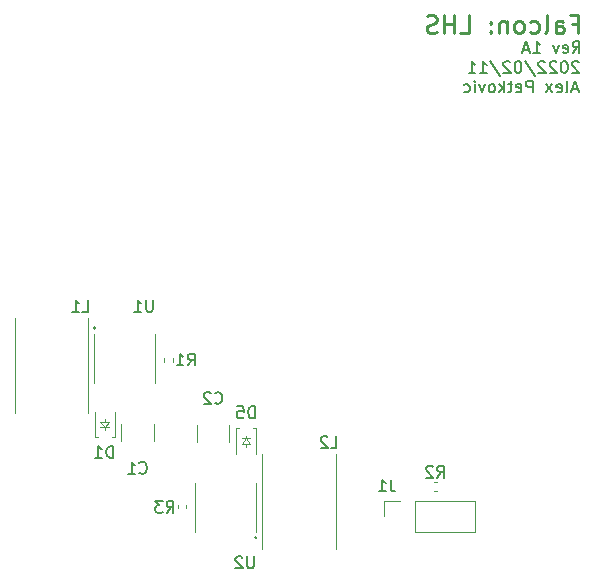
<source format=gbo>
G04 #@! TF.GenerationSoftware,KiCad,Pcbnew,(6.0.0)*
G04 #@! TF.CreationDate,2022-02-11T23:27:56-05:00*
G04 #@! TF.ProjectId,FalconLHS,46616c63-6f6e-44c4-9853-2e6b69636164,1A*
G04 #@! TF.SameCoordinates,Original*
G04 #@! TF.FileFunction,Legend,Bot*
G04 #@! TF.FilePolarity,Positive*
%FSLAX46Y46*%
G04 Gerber Fmt 4.6, Leading zero omitted, Abs format (unit mm)*
G04 Created by KiCad (PCBNEW (6.0.0)) date 2022-02-11 23:27:56*
%MOMM*%
%LPD*%
G01*
G04 APERTURE LIST*
%ADD10C,0.150000*%
%ADD11C,0.250000*%
%ADD12C,0.120000*%
G04 APERTURE END LIST*
D10*
X187342976Y-82527380D02*
X187676309Y-82051190D01*
X187914404Y-82527380D02*
X187914404Y-81527380D01*
X187533452Y-81527380D01*
X187438214Y-81575000D01*
X187390595Y-81622619D01*
X187342976Y-81717857D01*
X187342976Y-81860714D01*
X187390595Y-81955952D01*
X187438214Y-82003571D01*
X187533452Y-82051190D01*
X187914404Y-82051190D01*
X186533452Y-82479761D02*
X186628690Y-82527380D01*
X186819166Y-82527380D01*
X186914404Y-82479761D01*
X186962023Y-82384523D01*
X186962023Y-82003571D01*
X186914404Y-81908333D01*
X186819166Y-81860714D01*
X186628690Y-81860714D01*
X186533452Y-81908333D01*
X186485833Y-82003571D01*
X186485833Y-82098809D01*
X186962023Y-82194047D01*
X186152500Y-81860714D02*
X185914404Y-82527380D01*
X185676309Y-81860714D01*
X184009642Y-82527380D02*
X184581071Y-82527380D01*
X184295357Y-82527380D02*
X184295357Y-81527380D01*
X184390595Y-81670238D01*
X184485833Y-81765476D01*
X184581071Y-81813095D01*
X183628690Y-82241666D02*
X183152500Y-82241666D01*
X183723928Y-82527380D02*
X183390595Y-81527380D01*
X183057261Y-82527380D01*
X187862023Y-83322619D02*
X187814404Y-83275000D01*
X187719166Y-83227380D01*
X187481071Y-83227380D01*
X187385833Y-83275000D01*
X187338214Y-83322619D01*
X187290595Y-83417857D01*
X187290595Y-83513095D01*
X187338214Y-83655952D01*
X187909642Y-84227380D01*
X187290595Y-84227380D01*
X186671547Y-83227380D02*
X186576309Y-83227380D01*
X186481071Y-83275000D01*
X186433452Y-83322619D01*
X186385833Y-83417857D01*
X186338214Y-83608333D01*
X186338214Y-83846428D01*
X186385833Y-84036904D01*
X186433452Y-84132142D01*
X186481071Y-84179761D01*
X186576309Y-84227380D01*
X186671547Y-84227380D01*
X186766785Y-84179761D01*
X186814404Y-84132142D01*
X186862023Y-84036904D01*
X186909642Y-83846428D01*
X186909642Y-83608333D01*
X186862023Y-83417857D01*
X186814404Y-83322619D01*
X186766785Y-83275000D01*
X186671547Y-83227380D01*
X185957261Y-83322619D02*
X185909642Y-83275000D01*
X185814404Y-83227380D01*
X185576309Y-83227380D01*
X185481071Y-83275000D01*
X185433452Y-83322619D01*
X185385833Y-83417857D01*
X185385833Y-83513095D01*
X185433452Y-83655952D01*
X186004880Y-84227380D01*
X185385833Y-84227380D01*
X185004880Y-83322619D02*
X184957261Y-83275000D01*
X184862023Y-83227380D01*
X184623928Y-83227380D01*
X184528690Y-83275000D01*
X184481071Y-83322619D01*
X184433452Y-83417857D01*
X184433452Y-83513095D01*
X184481071Y-83655952D01*
X185052500Y-84227380D01*
X184433452Y-84227380D01*
X183290595Y-83179761D02*
X184147738Y-84465476D01*
X182766785Y-83227380D02*
X182671547Y-83227380D01*
X182576309Y-83275000D01*
X182528690Y-83322619D01*
X182481071Y-83417857D01*
X182433452Y-83608333D01*
X182433452Y-83846428D01*
X182481071Y-84036904D01*
X182528690Y-84132142D01*
X182576309Y-84179761D01*
X182671547Y-84227380D01*
X182766785Y-84227380D01*
X182862023Y-84179761D01*
X182909642Y-84132142D01*
X182957261Y-84036904D01*
X183004880Y-83846428D01*
X183004880Y-83608333D01*
X182957261Y-83417857D01*
X182909642Y-83322619D01*
X182862023Y-83275000D01*
X182766785Y-83227380D01*
X182052500Y-83322619D02*
X182004880Y-83275000D01*
X181909642Y-83227380D01*
X181671547Y-83227380D01*
X181576309Y-83275000D01*
X181528690Y-83322619D01*
X181481071Y-83417857D01*
X181481071Y-83513095D01*
X181528690Y-83655952D01*
X182100119Y-84227380D01*
X181481071Y-84227380D01*
X180338214Y-83179761D02*
X181195357Y-84465476D01*
X179481071Y-84227380D02*
X180052500Y-84227380D01*
X179766785Y-84227380D02*
X179766785Y-83227380D01*
X179862023Y-83370238D01*
X179957261Y-83465476D01*
X180052500Y-83513095D01*
X178528690Y-84227380D02*
X179100119Y-84227380D01*
X178814404Y-84227380D02*
X178814404Y-83227380D01*
X178909642Y-83370238D01*
X179004880Y-83465476D01*
X179100119Y-83513095D01*
X187812023Y-85575444D02*
X187335833Y-85575444D01*
X187907261Y-85861158D02*
X187573928Y-84861158D01*
X187240595Y-85861158D01*
X186764404Y-85861158D02*
X186859642Y-85813539D01*
X186907261Y-85718301D01*
X186907261Y-84861158D01*
X186002500Y-85813539D02*
X186097738Y-85861158D01*
X186288214Y-85861158D01*
X186383452Y-85813539D01*
X186431071Y-85718301D01*
X186431071Y-85337349D01*
X186383452Y-85242111D01*
X186288214Y-85194492D01*
X186097738Y-85194492D01*
X186002500Y-85242111D01*
X185954880Y-85337349D01*
X185954880Y-85432587D01*
X186431071Y-85527825D01*
X185621547Y-85861158D02*
X185097738Y-85194492D01*
X185621547Y-85194492D02*
X185097738Y-85861158D01*
X183954880Y-85861158D02*
X183954880Y-84861158D01*
X183573928Y-84861158D01*
X183478690Y-84908778D01*
X183431071Y-84956397D01*
X183383452Y-85051635D01*
X183383452Y-85194492D01*
X183431071Y-85289730D01*
X183478690Y-85337349D01*
X183573928Y-85384968D01*
X183954880Y-85384968D01*
X182573928Y-85813539D02*
X182669166Y-85861158D01*
X182859642Y-85861158D01*
X182954880Y-85813539D01*
X183002500Y-85718301D01*
X183002500Y-85337349D01*
X182954880Y-85242111D01*
X182859642Y-85194492D01*
X182669166Y-85194492D01*
X182573928Y-85242111D01*
X182526309Y-85337349D01*
X182526309Y-85432587D01*
X183002500Y-85527825D01*
X182240595Y-85194492D02*
X181859642Y-85194492D01*
X182097738Y-84861158D02*
X182097738Y-85718301D01*
X182050119Y-85813539D01*
X181954880Y-85861158D01*
X181859642Y-85861158D01*
X181526309Y-85861158D02*
X181526309Y-84861158D01*
X181431071Y-85480206D02*
X181145357Y-85861158D01*
X181145357Y-85194492D02*
X181526309Y-85575444D01*
X180573928Y-85861158D02*
X180669166Y-85813539D01*
X180716785Y-85765920D01*
X180764404Y-85670682D01*
X180764404Y-85384968D01*
X180716785Y-85289730D01*
X180669166Y-85242111D01*
X180573928Y-85194492D01*
X180431071Y-85194492D01*
X180335833Y-85242111D01*
X180288214Y-85289730D01*
X180240595Y-85384968D01*
X180240595Y-85670682D01*
X180288214Y-85765920D01*
X180335833Y-85813539D01*
X180431071Y-85861158D01*
X180573928Y-85861158D01*
X179907261Y-85194492D02*
X179669166Y-85861158D01*
X179431071Y-85194492D01*
X179050119Y-85861158D02*
X179050119Y-85194492D01*
X179050119Y-84861158D02*
X179097738Y-84908778D01*
X179050119Y-84956397D01*
X179002500Y-84908778D01*
X179050119Y-84861158D01*
X179050119Y-84956397D01*
X178145357Y-85813539D02*
X178240595Y-85861158D01*
X178431071Y-85861158D01*
X178526309Y-85813539D01*
X178573928Y-85765920D01*
X178621547Y-85670682D01*
X178621547Y-85384968D01*
X178573928Y-85289730D01*
X178526309Y-85242111D01*
X178431071Y-85194492D01*
X178240595Y-85194492D01*
X178145357Y-85242111D01*
D11*
X187330357Y-80065617D02*
X187830357Y-80065617D01*
X187830357Y-80851331D02*
X187830357Y-79351331D01*
X187116071Y-79351331D01*
X185901785Y-80851331D02*
X185901785Y-80065617D01*
X185973214Y-79922760D01*
X186116071Y-79851331D01*
X186401785Y-79851331D01*
X186544642Y-79922760D01*
X185901785Y-80779902D02*
X186044642Y-80851331D01*
X186401785Y-80851331D01*
X186544642Y-80779902D01*
X186616071Y-80637045D01*
X186616071Y-80494188D01*
X186544642Y-80351331D01*
X186401785Y-80279902D01*
X186044642Y-80279902D01*
X185901785Y-80208474D01*
X184973214Y-80851331D02*
X185116071Y-80779902D01*
X185187500Y-80637045D01*
X185187500Y-79351331D01*
X183758928Y-80779902D02*
X183901785Y-80851331D01*
X184187500Y-80851331D01*
X184330357Y-80779902D01*
X184401785Y-80708474D01*
X184473214Y-80565617D01*
X184473214Y-80137045D01*
X184401785Y-79994188D01*
X184330357Y-79922760D01*
X184187500Y-79851331D01*
X183901785Y-79851331D01*
X183758928Y-79922760D01*
X182901785Y-80851331D02*
X183044642Y-80779902D01*
X183116071Y-80708474D01*
X183187500Y-80565617D01*
X183187500Y-80137045D01*
X183116071Y-79994188D01*
X183044642Y-79922760D01*
X182901785Y-79851331D01*
X182687500Y-79851331D01*
X182544642Y-79922760D01*
X182473214Y-79994188D01*
X182401785Y-80137045D01*
X182401785Y-80565617D01*
X182473214Y-80708474D01*
X182544642Y-80779902D01*
X182687500Y-80851331D01*
X182901785Y-80851331D01*
X181758928Y-79851331D02*
X181758928Y-80851331D01*
X181758928Y-79994188D02*
X181687500Y-79922760D01*
X181544642Y-79851331D01*
X181330357Y-79851331D01*
X181187500Y-79922760D01*
X181116071Y-80065617D01*
X181116071Y-80851331D01*
X180401785Y-80708474D02*
X180330357Y-80779902D01*
X180401785Y-80851331D01*
X180473214Y-80779902D01*
X180401785Y-80708474D01*
X180401785Y-80851331D01*
X180401785Y-79922760D02*
X180330357Y-79994188D01*
X180401785Y-80065617D01*
X180473214Y-79994188D01*
X180401785Y-79922760D01*
X180401785Y-80065617D01*
X177830357Y-80851331D02*
X178544642Y-80851331D01*
X178544642Y-79351331D01*
X177330357Y-80851331D02*
X177330357Y-79351331D01*
X177330357Y-80065617D02*
X176473214Y-80065617D01*
X176473214Y-80851331D02*
X176473214Y-79351331D01*
X175830357Y-80779902D02*
X175616071Y-80851331D01*
X175258928Y-80851331D01*
X175116071Y-80779902D01*
X175044642Y-80708474D01*
X174973214Y-80565617D01*
X174973214Y-80422760D01*
X175044642Y-80279902D01*
X175116071Y-80208474D01*
X175258928Y-80137045D01*
X175544642Y-80065617D01*
X175687500Y-79994188D01*
X175758928Y-79922760D01*
X175830357Y-79779902D01*
X175830357Y-79637045D01*
X175758928Y-79494188D01*
X175687500Y-79422760D01*
X175544642Y-79351331D01*
X175187500Y-79351331D01*
X174973214Y-79422760D01*
D10*
X160361904Y-125152380D02*
X160361904Y-125961904D01*
X160314285Y-126057142D01*
X160266666Y-126104761D01*
X160171428Y-126152380D01*
X159980952Y-126152380D01*
X159885714Y-126104761D01*
X159838095Y-126057142D01*
X159790476Y-125961904D01*
X159790476Y-125152380D01*
X159361904Y-125247619D02*
X159314285Y-125200000D01*
X159219047Y-125152380D01*
X158980952Y-125152380D01*
X158885714Y-125200000D01*
X158838095Y-125247619D01*
X158790476Y-125342857D01*
X158790476Y-125438095D01*
X158838095Y-125580952D01*
X159409523Y-126152380D01*
X158790476Y-126152380D01*
X171933333Y-118652380D02*
X171933333Y-119366666D01*
X171980952Y-119509523D01*
X172076190Y-119604761D01*
X172219047Y-119652380D01*
X172314285Y-119652380D01*
X170933333Y-119652380D02*
X171504761Y-119652380D01*
X171219047Y-119652380D02*
X171219047Y-118652380D01*
X171314285Y-118795238D01*
X171409523Y-118890476D01*
X171504761Y-118938095D01*
X175891666Y-118477380D02*
X176225000Y-118001190D01*
X176463095Y-118477380D02*
X176463095Y-117477380D01*
X176082142Y-117477380D01*
X175986904Y-117525000D01*
X175939285Y-117572619D01*
X175891666Y-117667857D01*
X175891666Y-117810714D01*
X175939285Y-117905952D01*
X175986904Y-117953571D01*
X176082142Y-118001190D01*
X176463095Y-118001190D01*
X175510714Y-117572619D02*
X175463095Y-117525000D01*
X175367857Y-117477380D01*
X175129761Y-117477380D01*
X175034523Y-117525000D01*
X174986904Y-117572619D01*
X174939285Y-117667857D01*
X174939285Y-117763095D01*
X174986904Y-117905952D01*
X175558333Y-118477380D01*
X174939285Y-118477380D01*
X145841666Y-104452380D02*
X146317857Y-104452380D01*
X146317857Y-103452380D01*
X144984523Y-104452380D02*
X145555952Y-104452380D01*
X145270238Y-104452380D02*
X145270238Y-103452380D01*
X145365476Y-103595238D01*
X145460714Y-103690476D01*
X145555952Y-103738095D01*
X166866666Y-115952380D02*
X167342857Y-115952380D01*
X167342857Y-114952380D01*
X166580952Y-115047619D02*
X166533333Y-115000000D01*
X166438095Y-114952380D01*
X166200000Y-114952380D01*
X166104761Y-115000000D01*
X166057142Y-115047619D01*
X166009523Y-115142857D01*
X166009523Y-115238095D01*
X166057142Y-115380952D01*
X166628571Y-115952380D01*
X166009523Y-115952380D01*
X152966666Y-121452380D02*
X153300000Y-120976190D01*
X153538095Y-121452380D02*
X153538095Y-120452380D01*
X153157142Y-120452380D01*
X153061904Y-120500000D01*
X153014285Y-120547619D01*
X152966666Y-120642857D01*
X152966666Y-120785714D01*
X153014285Y-120880952D01*
X153061904Y-120928571D01*
X153157142Y-120976190D01*
X153538095Y-120976190D01*
X152633333Y-120452380D02*
X152014285Y-120452380D01*
X152347619Y-120833333D01*
X152204761Y-120833333D01*
X152109523Y-120880952D01*
X152061904Y-120928571D01*
X152014285Y-121023809D01*
X152014285Y-121261904D01*
X152061904Y-121357142D01*
X152109523Y-121404761D01*
X152204761Y-121452380D01*
X152490476Y-121452380D01*
X152585714Y-121404761D01*
X152633333Y-121357142D01*
X150666666Y-118057142D02*
X150714285Y-118104761D01*
X150857142Y-118152380D01*
X150952380Y-118152380D01*
X151095238Y-118104761D01*
X151190476Y-118009523D01*
X151238095Y-117914285D01*
X151285714Y-117723809D01*
X151285714Y-117580952D01*
X151238095Y-117390476D01*
X151190476Y-117295238D01*
X151095238Y-117200000D01*
X150952380Y-117152380D01*
X150857142Y-117152380D01*
X150714285Y-117200000D01*
X150666666Y-117247619D01*
X149714285Y-118152380D02*
X150285714Y-118152380D01*
X150000000Y-118152380D02*
X150000000Y-117152380D01*
X150095238Y-117295238D01*
X150190476Y-117390476D01*
X150285714Y-117438095D01*
X160438095Y-113452380D02*
X160438095Y-112452380D01*
X160200000Y-112452380D01*
X160057142Y-112500000D01*
X159961904Y-112595238D01*
X159914285Y-112690476D01*
X159866666Y-112880952D01*
X159866666Y-113023809D01*
X159914285Y-113214285D01*
X159961904Y-113309523D01*
X160057142Y-113404761D01*
X160200000Y-113452380D01*
X160438095Y-113452380D01*
X158961904Y-112452380D02*
X159438095Y-112452380D01*
X159485714Y-112928571D01*
X159438095Y-112880952D01*
X159342857Y-112833333D01*
X159104761Y-112833333D01*
X159009523Y-112880952D01*
X158961904Y-112928571D01*
X158914285Y-113023809D01*
X158914285Y-113261904D01*
X158961904Y-113357142D01*
X159009523Y-113404761D01*
X159104761Y-113452380D01*
X159342857Y-113452380D01*
X159438095Y-113404761D01*
X159485714Y-113357142D01*
X157066666Y-112157142D02*
X157114285Y-112204761D01*
X157257142Y-112252380D01*
X157352380Y-112252380D01*
X157495238Y-112204761D01*
X157590476Y-112109523D01*
X157638095Y-112014285D01*
X157685714Y-111823809D01*
X157685714Y-111680952D01*
X157638095Y-111490476D01*
X157590476Y-111395238D01*
X157495238Y-111300000D01*
X157352380Y-111252380D01*
X157257142Y-111252380D01*
X157114285Y-111300000D01*
X157066666Y-111347619D01*
X156685714Y-111347619D02*
X156638095Y-111300000D01*
X156542857Y-111252380D01*
X156304761Y-111252380D01*
X156209523Y-111300000D01*
X156161904Y-111347619D01*
X156114285Y-111442857D01*
X156114285Y-111538095D01*
X156161904Y-111680952D01*
X156733333Y-112252380D01*
X156114285Y-112252380D01*
X154766666Y-108978980D02*
X155100000Y-108502790D01*
X155338095Y-108978980D02*
X155338095Y-107978980D01*
X154957142Y-107978980D01*
X154861904Y-108026600D01*
X154814285Y-108074219D01*
X154766666Y-108169457D01*
X154766666Y-108312314D01*
X154814285Y-108407552D01*
X154861904Y-108455171D01*
X154957142Y-108502790D01*
X155338095Y-108502790D01*
X153814285Y-108978980D02*
X154385714Y-108978980D01*
X154100000Y-108978980D02*
X154100000Y-107978980D01*
X154195238Y-108121838D01*
X154290476Y-108217076D01*
X154385714Y-108264695D01*
X148438095Y-116802380D02*
X148438095Y-115802380D01*
X148200000Y-115802380D01*
X148057142Y-115850000D01*
X147961904Y-115945238D01*
X147914285Y-116040476D01*
X147866666Y-116230952D01*
X147866666Y-116373809D01*
X147914285Y-116564285D01*
X147961904Y-116659523D01*
X148057142Y-116754761D01*
X148200000Y-116802380D01*
X148438095Y-116802380D01*
X146914285Y-116802380D02*
X147485714Y-116802380D01*
X147200000Y-116802380D02*
X147200000Y-115802380D01*
X147295238Y-115945238D01*
X147390476Y-116040476D01*
X147485714Y-116088095D01*
X151811904Y-103427380D02*
X151811904Y-104236904D01*
X151764285Y-104332142D01*
X151716666Y-104379761D01*
X151621428Y-104427380D01*
X151430952Y-104427380D01*
X151335714Y-104379761D01*
X151288095Y-104332142D01*
X151240476Y-104236904D01*
X151240476Y-103427380D01*
X150240476Y-104427380D02*
X150811904Y-104427380D01*
X150526190Y-104427380D02*
X150526190Y-103427380D01*
X150621428Y-103570238D01*
X150716666Y-103665476D01*
X150811904Y-103713095D01*
D12*
X155366500Y-123102800D02*
X155366500Y-118937200D01*
X160573500Y-118937200D02*
X160573500Y-123102800D01*
X160520000Y-123570000D02*
G75*
G03*
X160520000Y-123570000I0J0D01*
G01*
X160630720Y-123570000D02*
G75*
G03*
X160630720Y-123570000I-110720J0D01*
G01*
X179100000Y-120420000D02*
X179100000Y-123080000D01*
X173960000Y-123080000D02*
X179100000Y-123080000D01*
X172690000Y-120420000D02*
X171360000Y-120420000D01*
X171360000Y-120420000D02*
X171360000Y-121750000D01*
X173960000Y-120420000D02*
X173960000Y-123080000D01*
X173960000Y-120420000D02*
X179100000Y-120420000D01*
X175893641Y-118859119D02*
X175586359Y-118859119D01*
X175893641Y-119619119D02*
X175586359Y-119619119D01*
X146319500Y-112970000D02*
X146319500Y-104970000D01*
X140119500Y-112970000D02*
X140119500Y-104970000D01*
X161070000Y-116520000D02*
X161070000Y-124520000D01*
X167270000Y-116520000D02*
X167270000Y-124520000D01*
X153890000Y-121073641D02*
X153890000Y-120766359D01*
X154650000Y-121073641D02*
X154650000Y-120766359D01*
X151860000Y-115347852D02*
X151860000Y-113925348D01*
X149140000Y-115347852D02*
X149140000Y-113925348D01*
X159320000Y-115120000D02*
X160020000Y-115120000D01*
X160520000Y-114320000D02*
X160270000Y-114320000D01*
X160020000Y-115620000D02*
X159670000Y-115120000D01*
X158820000Y-114320000D02*
X158820000Y-116470000D01*
X160520000Y-114320000D02*
X160520000Y-116470000D01*
X159320000Y-115620000D02*
X160020000Y-115620000D01*
X159670000Y-115120000D02*
X159320000Y-115620000D01*
X158820000Y-114320000D02*
X159070000Y-114320000D01*
X159670000Y-115120000D02*
X159670000Y-114920000D01*
X159670000Y-115620000D02*
X159670000Y-115870000D01*
X158230000Y-114008748D02*
X158230000Y-115431252D01*
X155510000Y-114008748D02*
X155510000Y-115431252D01*
X153480000Y-108372959D02*
X153480000Y-108680241D01*
X152720000Y-108372959D02*
X152720000Y-108680241D01*
X148569500Y-115036600D02*
X148319500Y-115036600D01*
X147369500Y-113736600D02*
X147719500Y-114236600D01*
X147719500Y-114236600D02*
X147719500Y-114436600D01*
X147719500Y-114236600D02*
X148069500Y-113736600D01*
X148569500Y-115036600D02*
X148569500Y-112886600D01*
X146869500Y-115036600D02*
X146869500Y-112886600D01*
X148069500Y-113736600D02*
X147369500Y-113736600D01*
X148069500Y-114236600D02*
X147369500Y-114236600D01*
X146869500Y-115036600D02*
X147119500Y-115036600D01*
X147719500Y-113736600D02*
X147719500Y-113486600D01*
X152003500Y-106287200D02*
X152003500Y-110452800D01*
X146796500Y-110452800D02*
X146796500Y-106287200D01*
X146850000Y-105820000D02*
G75*
G03*
X146850000Y-105820000I0J0D01*
G01*
X146960720Y-105820000D02*
G75*
G03*
X146960720Y-105820000I-110720J0D01*
G01*
M02*

</source>
